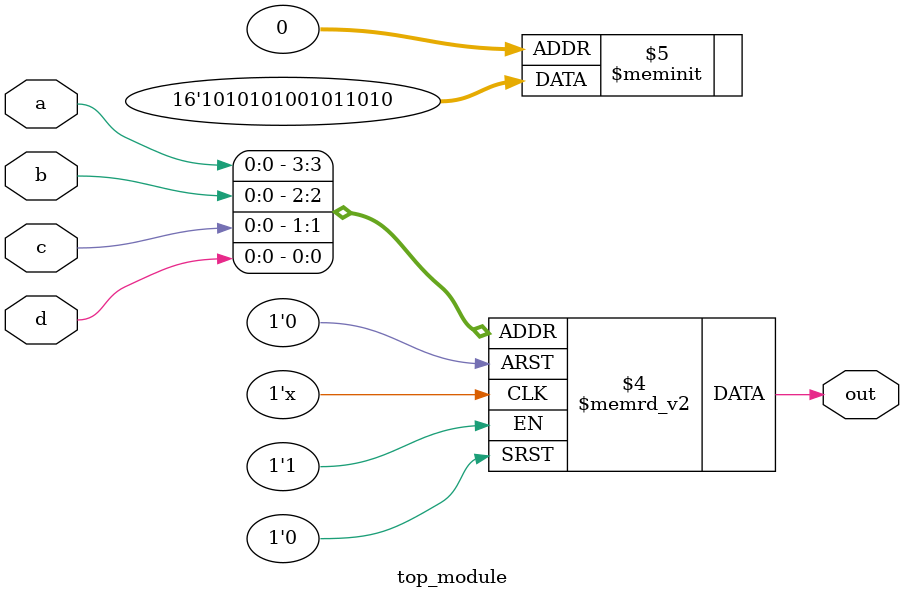
<source format=sv>
module top_module (
	input a, 
	input b,
	input c,
	input d,
	output reg out
);
	always @(*) begin
		case({a,b,c,d})
			4'b0000: out = 1'b0;
			4'b0001: out = 1'b1;
			4'b0010: out = 1'b0;
			4'b0011: out = 1'b1;
			4'b0100: out = 1'b1;
			4'b0101: out = 1'b0;
			4'b0110: out = 1'b1;
			4'b0111: out = 1'b0;
			4'b1000: out = 1'b0;
			4'b1001: out = 1'b1;
			4'b1010: out = 1'b0;
			4'b1011: out = 1'b1;
			4'b1100: out = 1'b0;
			4'b1101: out = 1'b1;
			4'b1110: out = 1'b0;
			4'b1111: out = 1'b1;
		endcase
	end
endmodule

</source>
